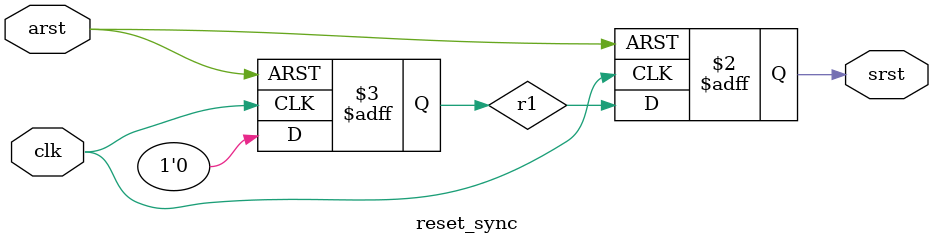
<source format=v>
module reset_sync (
    input  wire clk,
    input  wire arst,
    output reg  srst
);
    reg r1;

    always @(posedge clk or posedge arst) begin
        if (arst) begin
            r1   <= 1'b1;
            srst <= 1'b1;
        end else begin
            r1   <= 1'b0;
            srst <= r1;
        end
    end
endmodule

</source>
